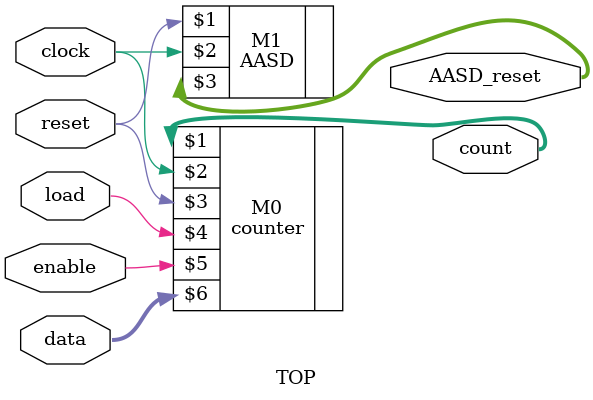
<source format=v>
`timescale 1ns / 1ns

module TOP(count, AASD_reset, clock, reset, load, enable, data);
	input clock, reset, load, enable;
	input [7:0]data;
	output [7:0]count;
	output [7:0]AASD_reset;
	wire rst;
		//count, clock, reset, load, enable, data
		counter M0 (count, clock, reset, load, enable, data);
		//rst, clock, reset
		AASD M1(reset, clock, AASD_reset);
endmodule

</source>
